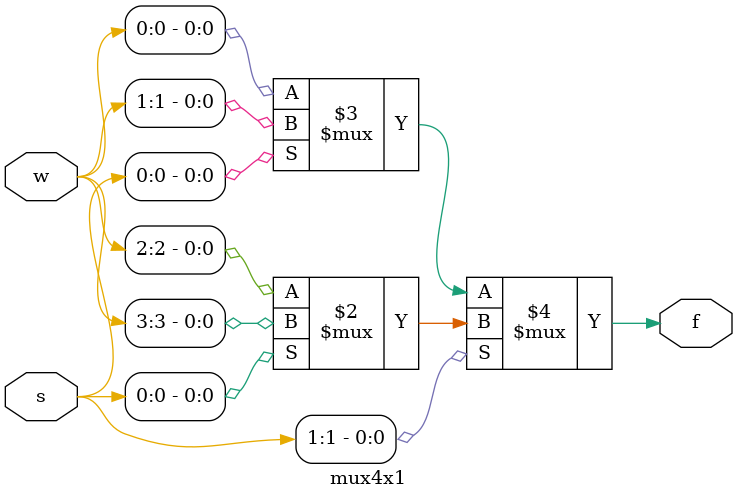
<source format=v>
module ques2(w,s,f);
input [0:15]w;
input [0:3]s;
output f;
wire [0:3]m; 
mux4x1 mux1(w[0:3],s[0:1],m[0]);
mux4x1 mux2(w[4:7],s[0:1],m[1]);
mux4x1 mux3(w[8:11],s[0:1],m[2]);
mux4x1 mux4(w[12:15],s[0:1],m[3]);
mux4x1 mux5(m,s[2:3],f);
endmodule

module mux4x1(w,s,f);
input [0:3]w;
input[0:1]s;
output reg f;
always@(w or s)
f=s[1]?(s[0]?w[3]:w[2]):(s[0]?w[1]:w[0]);
endmodule

</source>
